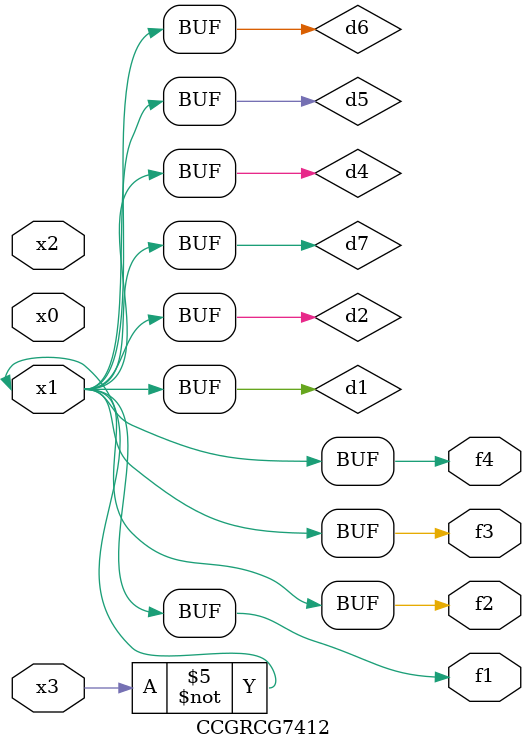
<source format=v>
module CCGRCG7412(
	input x0, x1, x2, x3,
	output f1, f2, f3, f4
);

	wire d1, d2, d3, d4, d5, d6, d7;

	not (d1, x3);
	buf (d2, x1);
	xnor (d3, d1, d2);
	nor (d4, d1);
	buf (d5, d1, d2);
	buf (d6, d4, d5);
	nand (d7, d4);
	assign f1 = d6;
	assign f2 = d7;
	assign f3 = d6;
	assign f4 = d6;
endmodule

</source>
